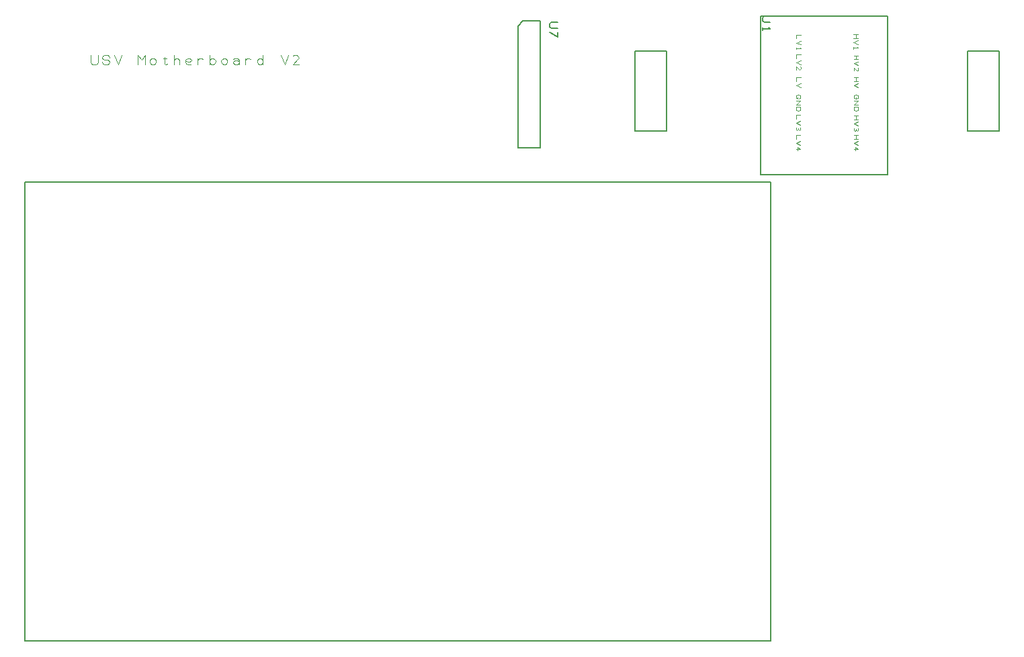
<source format=gbr>
G04 DesignSpark PCB Gerber Version 10.0 Build 5299*
G04 #@! TF.Part,Single*
G04 #@! TF.FileFunction,Legend,Top*
G04 #@! TF.FilePolarity,Positive*
%FSLAX35Y35*%
%MOIN*%
%ADD70C,0.00394*%
%ADD71C,0.00450*%
%ADD10C,0.00500*%
G04 #@! TD.AperFunction*
X0Y0D02*
D02*
D10*
X15250Y245250D02*
Y17750D01*
X385250D01*
Y245250D01*
X15250D01*
X270750Y325250D02*
Y262250D01*
X259750D01*
Y322750D01*
X262250Y325250D01*
X270750D01*
X279437Y324750D02*
X276625D01*
X276000Y324437D01*
X275687Y323813D01*
Y322563D01*
X276000Y321937D01*
X276625Y321625D01*
X279437D01*
X275687Y319750D02*
X279437Y317250D01*
Y319750D01*
X317750Y310250D02*
Y270880D01*
X333498D01*
Y310250D01*
X317750D01*
X384937Y327750D02*
X382125D01*
X381500Y327437D01*
X381187Y326813D01*
Y325563D01*
X381500Y324937D01*
X382125Y324625D01*
X384937D01*
X381187Y322125D02*
Y320875D01*
Y321500D02*
X384937D01*
X384313Y322125D01*
X380250Y327750D02*
Y249010D01*
X443242D01*
Y327750D01*
X380250D01*
X482750Y310250D02*
Y270880D01*
X498498D01*
Y310250D01*
X482750D01*
D02*
D70*
X47750Y308287D02*
Y304965D01*
X48119Y304226D01*
X48857Y303857D01*
X50334D01*
X51072Y304226D01*
X51441Y304965D01*
Y308287D01*
X53656Y304965D02*
X54025Y304226D01*
X54763Y303857D01*
X56239D01*
X56978Y304226D01*
X57346Y304965D01*
X56978Y305703D01*
X56239Y306072D01*
X54763D01*
X54025Y306441D01*
X53656Y307179D01*
X54025Y307917D01*
X54763Y308287D01*
X56239D01*
X56978Y307917D01*
X57346Y307179D01*
X59561Y308287D02*
X61407Y303857D01*
X63252Y308287D01*
X71372Y303857D02*
Y308287D01*
X73218Y306072D01*
X75063Y308287D01*
Y303857D01*
X77278Y304965D02*
X77647Y304226D01*
X78385Y303857D01*
X79123D01*
X79861Y304226D01*
X80230Y304965D01*
Y305703D01*
X79861Y306441D01*
X79123Y306810D01*
X78385D01*
X77647Y306441D01*
X77278Y305703D01*
Y304965D01*
X83798Y306810D02*
X85521D01*
X84659Y307548D02*
Y304226D01*
X85029Y303857D01*
X85398D01*
X85767Y304226D01*
X89089Y303857D02*
Y308287D01*
Y305703D02*
X89458Y306441D01*
X90196Y306810D01*
X90934D01*
X91672Y306441D01*
X92041Y305703D01*
Y303857D01*
X97947Y304226D02*
X97578Y303857D01*
X96840D01*
X96102D01*
X95363Y304226D01*
X94994Y304965D01*
Y306072D01*
X95363Y306441D01*
X96102Y306810D01*
X96840D01*
X97578Y306441D01*
X97947Y306072D01*
Y305703D01*
X97578Y305334D01*
X96840Y304965D01*
X96102D01*
X95363Y305334D01*
X94994Y305703D01*
X100900Y303857D02*
Y306810D01*
Y305703D02*
X101269Y306441D01*
X102007Y306810D01*
X102745D01*
X103483Y306441D01*
X106805Y304965D02*
X107174Y304226D01*
X107913Y303857D01*
X108651D01*
X109389Y304226D01*
X109758Y304965D01*
Y305703D01*
X109389Y306441D01*
X108651Y306810D01*
X107913D01*
X107174Y306441D01*
X106805Y305703D01*
Y303857D02*
Y308287D01*
X112711Y304965D02*
X113080Y304226D01*
X113818Y303857D01*
X114556D01*
X115294Y304226D01*
X115663Y304965D01*
Y305703D01*
X115294Y306441D01*
X114556Y306810D01*
X113818D01*
X113080Y306441D01*
X112711Y305703D01*
Y304965D01*
X118616Y306441D02*
X119354Y306810D01*
X120462D01*
X121200Y306441D01*
X121569Y305703D01*
Y304596D01*
X121200Y304226D01*
X120462Y303857D01*
X119724D01*
X118985Y304226D01*
X118616Y304596D01*
Y304965D01*
X118985Y305334D01*
X119724Y305703D01*
X120462D01*
X121200Y305334D01*
X121569Y304965D01*
Y304596D02*
Y303857D01*
X124522D02*
Y306810D01*
Y305703D02*
X124891Y306441D01*
X125629Y306810D01*
X126367D01*
X127106Y306441D01*
X133380Y305703D02*
X133011Y306441D01*
X132273Y306810D01*
X131535D01*
X130796Y306441D01*
X130427Y305703D01*
Y304965D01*
X130796Y304226D01*
X131535Y303857D01*
X132273D01*
X133011Y304226D01*
X133380Y304965D01*
Y303857D02*
Y308287D01*
X142238D02*
X144084Y303857D01*
X145929Y308287D01*
X151096Y303857D02*
X148144D01*
X150728Y306441D01*
X151096Y307179D01*
X150728Y307917D01*
X149989Y308287D01*
X148882D01*
X148144Y307917D01*
D02*
D71*
X400037Y268576D02*
X397787D01*
Y266701D01*
X400037Y265576D02*
X397787Y264639D01*
X400037Y263701D01*
X397787Y261639D02*
X400037D01*
X398537Y262576D01*
Y261076D01*
X400037Y278676D02*
X397787D01*
Y276801D01*
X400037Y275676D02*
X397787Y274739D01*
X400037Y273801D01*
X397974Y272489D02*
X397787Y272113D01*
Y271739D01*
X397974Y271363D01*
X398349Y271176D01*
X398724Y271363D01*
X398911Y271739D01*
Y272113D01*
Y271739D02*
X399099Y271363D01*
X399474Y271176D01*
X399849Y271363D01*
X400037Y271739D01*
Y272113D01*
X399849Y272489D01*
X398724Y287363D02*
Y286801D01*
X398537D01*
X398161Y286989D01*
X397974Y287176D01*
X397787Y287551D01*
Y287926D01*
X397974Y288301D01*
X398161Y288489D01*
X398537Y288676D01*
X399287D01*
X399661Y288489D01*
X399849Y288301D01*
X400037Y287926D01*
Y287551D01*
X399849Y287176D01*
X399661Y286989D01*
X399287Y286801D01*
X397787Y285676D02*
X400037D01*
X397787Y283801D01*
X400037D01*
X397787Y282676D02*
X400037D01*
Y281551D01*
X399849Y281176D01*
X399661Y280989D01*
X399287Y280801D01*
X398537D01*
X398161Y280989D01*
X397974Y281176D01*
X397787Y281551D01*
Y282676D01*
X400137Y297376D02*
X397887D01*
Y295501D01*
X400137Y294376D02*
X397887Y293439D01*
X400137Y292501D01*
X400237Y308676D02*
X397987D01*
Y306801D01*
X400237Y305676D02*
X397987Y304739D01*
X400237Y303801D01*
X397987Y301176D02*
Y302676D01*
X399299Y301363D01*
X399674Y301176D01*
X400049Y301363D01*
X400237Y301739D01*
Y302301D01*
X400049Y302676D01*
X400237Y318476D02*
X397987D01*
Y316601D01*
X400237Y315476D02*
X397987Y314539D01*
X400237Y313601D01*
X397987Y312101D02*
Y311351D01*
Y311726D02*
X400237D01*
X399861Y312101D01*
X426387Y318676D02*
X428637D01*
X427511D02*
Y316801D01*
X426387D02*
X428637D01*
Y315676D02*
X426387Y314739D01*
X428637Y313801D01*
X426387Y312301D02*
Y311551D01*
Y311926D02*
X428637D01*
X428261Y312301D01*
X426487Y268676D02*
X428737D01*
X427611D02*
Y266801D01*
X426487D02*
X428737D01*
Y265676D02*
X426487Y264739D01*
X428737Y263801D01*
X426487Y261739D02*
X428737D01*
X427237Y262676D01*
Y261176D01*
X426487Y278376D02*
X428737D01*
X427611D02*
Y276501D01*
X426487D02*
X428737D01*
Y275376D02*
X426487Y274439D01*
X428737Y273501D01*
X426674Y272189D02*
X426487Y271813D01*
Y271439D01*
X426674Y271063D01*
X427049Y270876D01*
X427424Y271063D01*
X427611Y271439D01*
Y271813D01*
Y271439D02*
X427799Y271063D01*
X428174Y270876D01*
X428549Y271063D01*
X428737Y271439D01*
Y271813D01*
X428549Y272189D01*
X427424Y287363D02*
Y286801D01*
X427237D01*
X426861Y286989D01*
X426674Y287176D01*
X426487Y287551D01*
Y287926D01*
X426674Y288301D01*
X426861Y288489D01*
X427237Y288676D01*
X427987D01*
X428361Y288489D01*
X428549Y288301D01*
X428737Y287926D01*
Y287551D01*
X428549Y287176D01*
X428361Y286989D01*
X427987Y286801D01*
X426487Y285676D02*
X428737D01*
X426487Y283801D01*
X428737D01*
X426487Y282676D02*
X428737D01*
Y281551D01*
X428549Y281176D01*
X428361Y280989D01*
X427987Y280801D01*
X427237D01*
X426861Y280989D01*
X426674Y281176D01*
X426487Y281551D01*
Y282676D01*
Y297376D02*
X428737D01*
X427611D02*
Y295501D01*
X426487D02*
X428737D01*
Y294376D02*
X426487Y293439D01*
X428737Y292501D01*
X426487Y308176D02*
X428737D01*
X427611D02*
Y306301D01*
X426487D02*
X428737D01*
Y305176D02*
X426487Y304239D01*
X428737Y303301D01*
X426487Y300676D02*
Y302176D01*
X427799Y300863D01*
X428174Y300676D01*
X428549Y300863D01*
X428737Y301239D01*
Y301801D01*
X428549Y302176D01*
X0Y0D02*
M02*

</source>
